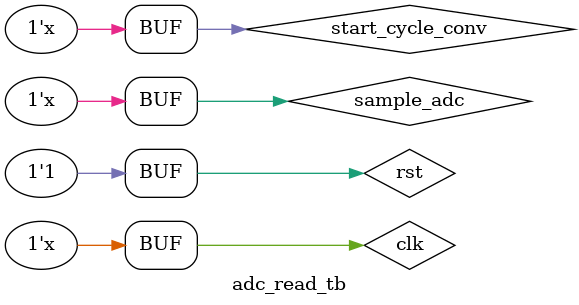
<source format=v>

module adc_read #(parameter DATA_WIDTH = 24, DIAP_WIDTH = 2)(
    input clk,
    input rst,
	 
    input sample_adc,
	 //input new_period,//???
	 input start_cycle_conv,
	 
    output complete,
    output[DATA_WIDTH-1:0] data_out_1,
    output[DATA_WIDTH-1:0] data_out_2,
	 
	 //---ADC signals---
	 output reg cnv,
	 input  adc_busy,
	 //---SPI signals---	 	
	 input  miso,
    output sck	
	 //---------------------
  );
  

   parameter CHANNEL_DATA_WIDTH				= 18;
   parameter ADC_DATA_WIDTH    				= CHANNEL_DATA_WIDTH*2;	
	parameter INTEGRATOR_WIDTH					= 24;
	parameter MEASURE_FOR_RESULT_PERIODS	= 32;
	parameter MEASURE_SAMPLES_IN_PERIOD		= 32;
	parameter MEASURE_RESULT_SAMPLES			= MEASURE_FOR_RESULT_PERIODS*MEASURE_SAMPLES_IN_PERIOD;	
	parameter MEASURE_RESULT_COUNT_WIDTH	= 10;
	parameter RESULT_INTEGRATOR_WIDTH		= 28;
	
  localparam STATE_SIZE = 15;
  localparam MEASURE_COUNT_WIDTH = 3;
  
  //----ADC regs----
  wire 	mosi;
  //----SPI regs----
  wire 	spi_busy;
  wire  	spi_done;
  reg		spi_start;
  //----------------
  reg [STATE_SIZE-1:0] state_d, state_q;
  reg [MEASURE_COUNT_WIDTH-1:0] measure_count_d, measure_count_q;
  
  reg [1:0] sample_adc_r;  
  wire sig_start_conv=(sample_adc_r[1]!=sample_adc_r[0])&sample_adc_r[0];
  
  reg [1:0] start_cycle_conv_r;
  wire sig_start_cycle_conv=(start_cycle_conv_r[1]!=start_cycle_conv_r[0])&start_cycle_conv_r[0];
  
  reg [1:0] adc_busy_r;
  wire sig_adc_complete=(adc_busy_r[1]!=adc_busy_r[0])&adc_busy_r[0];
  
  reg [1:0] spi_done_r;
  wire sig_spi_done=(spi_done_r[1]!=spi_done_r[0])&spi_done_r[0];
  
  reg [MEASURE_RESULT_COUNT_WIDTH-1:0]sample_counter_d, sample_counter_q;  
  reg[RESULT_INTEGRATOR_WIDTH-1:0] result_integrator_d,result_integrator_q;
   
  assign complete = state_q == IDLE;

	
	
//FSM	one-hot state coding
  localparam [14:0]  	
				IDLE 										= 15'b000000000000001, 
				START_READ								= 15'b000000100000000,
				START_READ_ADC_SAMPLE				= 15'b000001000000000,
				WAIT_ADC_SAMPLE						= 15'b000010000000000,
				START_READ_SPI							= 15'b000100000000000,
				WAIT_SPI									= 15'b001000000000000,
				SUMM_RESULT								= 15'b010000000000000,
				DONE										= 15'b100000000000000;

//------------------SPI---------------------------
	 parameter SPI_ADC_CLK_DIV = 2;
	 parameter SPI_ADC_DATA_WIDTH = ADC_DATA_WIDTH;
	 parameter SPI_ADC_BIT_CNT_WIDTH = 4;
	 
	 
    reg start;
    reg[DATA_WIDTH-1:0] data_in;
    wire[DATA_WIDTH-1:0] data_out;
    //wire adc_busy;
    
	 
	 spi_master #(SPI_ADC_CLK_DIV,SPI_ADC_DATA_WIDTH,SPI_ADC_BIT_CNT_WIDTH) adc_spi_master(.clk(clk),.rst(rst),.miso(miso),.mosi(mosi),.sck(sck),.start(start),.data_in(data_in),.data_out(data_out),.busy(spi_busy),.new_data(adc_done));

//------------------------------------------------				
				
				
	 always @(posedge clk) begin //async signals
		if (rst) 
		begin
			sample_adc_r<=2'b00;
			start_cycle_conv_r<=2'b00;
			spi_done_r<=2'b00;
		end
		else
		begin
			sample_adc_r<={sample_adc_r[0],sample_adc};
			start_cycle_conv_r<={start_cycle_conv_r[0],start_cycle_conv};
			spi_done_r<={spi_done_r[0],spi_done};
		end
	 end

	always @ (*) begin	//FSM
	 
	 state_d=state_q;
	 measure_count_d=measure_count_q;
	 
	 	 
		case (state_q)
		
			IDLE:
			begin
				if(start_cycle_conv_r)
				begin
					state_d <= START_READ;
				end
			end
						
			START_READ:
			begin
				spi_start=1'b0;
			end
			
			START_READ_ADC_SAMPLE:
			begin
				cnv<=1'b1;
				state_d <= WAIT_ADC_SAMPLE;
			end
			
			WAIT_ADC_SAMPLE:
			begin
				cnv=1'b0;
				if(sig_adc_complete)
				begin
					state_d <= START_READ_SPI;
				end
			end
			
			START_READ_SPI:
			begin
				spi_start=1'b1;
				state_d <= WAIT_SPI;
			end
			
			WAIT_SPI:
			begin
			
				/*if ()
				begin
					
				end
				else
				begin

				end*/
			end
			
			SUMM_RESULT:
			begin
				/*if ()
				begin
					
				end
				else
				begin

				end*/
			end
			
			DONE:
			begin
				/*if ()
				begin
					
				end
				else
				begin

				end*/
			end
			
			
			
		endcase
	end
	
   always @(posedge clk) begin
    if (rst) 
	 begin
		 state_q<=IDLE;
		 measure_count_q<={MEASURE_COUNT_WIDTH{1'b0}};
		 result_integrator_q<={RESULT_INTEGRATOR_WIDTH{1'b0}};
		 
    end 
	 else 
	 begin
		 state_q<=state_d;
		 measure_count_q<=measure_count_d;		 
		 result_integrator_q<=result_integrator_d;
		 
    end
	end
  endmodule
  
  
  module adc_read_tb();
		
	 parameter DATA_WIDTH = 24;
	 parameter DIAP_WIDTH = 2;
	 
    reg clk;
    reg rst;
    reg sample_adc;
	 reg start_cycle_conv;
	 reg  adc_busy;
	 wire adc_cnv;
    wire complete;
    wire[DATA_WIDTH-1:0] data_out_1;
    wire[DATA_WIDTH-1:0] data_out_2;
	 wire signal_cnv;	 
	 
	 adc_read #(DATA_WIDTH, DIAP_WIDTH) test_adc_read(.clk(clk),.rst(rst),.sample_adc(sample_adc),.start_cycle_conv(start_cycle_conv),.adc_busy(adc_busy),.complete(complete),.data_out_1(data_out_1),.data_out_2(data_out_2),.signal_cnv(signal_cnv));
  
		initial
		begin
			clk<=0;
			sample_adc<=0;
			rst=0;
			#500
			rst=1;	
		end
		
		always 
			#5  clk =  ! clk;  
			
		always 
			#500  sample_adc =  ! sample_adc;  
			
		always
			#1000 start_cycle_conv =! start_cycle_conv;
  
  endmodule
  
</source>
